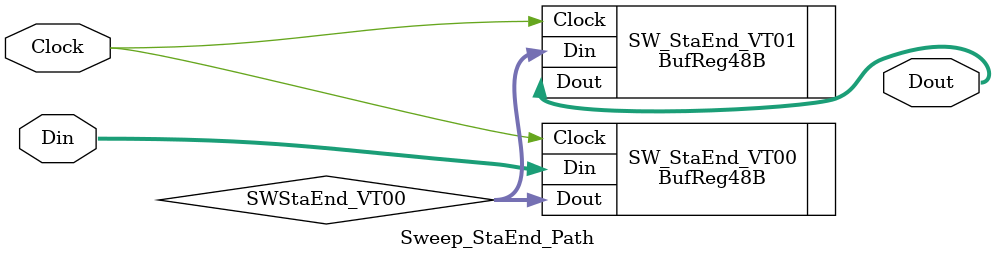
<source format=v>
`timescale	1ns/1ps

module	Sweep_StaEnd_Path(Dout, Din, Clock)	;

output	[47:0]	Dout	;
wire	[47:0]	Dout	;

input	[47:0]	Din	;
wire	[47:0]	Din	;

input	Clock	;
wire	Clock	;

wire	[47:0]	SWStaEnd_VT00	;


BufReg48B		SW_StaEnd_VT00(.Dout(SWStaEnd_VT00), .Din(Din), .Clock(Clock))	;
BufReg48B		SW_StaEnd_VT01(.Dout(Dout), .Din(SWStaEnd_VT00), .Clock(Clock))	;

endmodule

</source>
